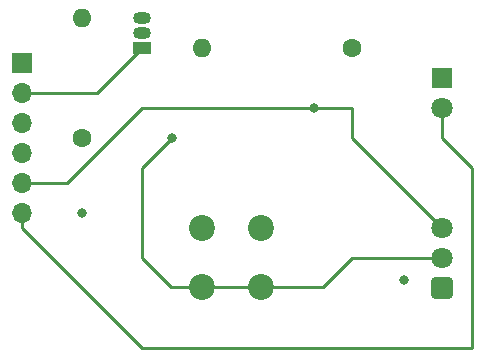
<source format=gbl>
G04 #@! TF.GenerationSoftware,KiCad,Pcbnew,(6.0.1)*
G04 #@! TF.CreationDate,2022-03-21T22:02:58-04:00*
G04 #@! TF.ProjectId,irled,69726c65-642e-46b6-9963-61645f706362,rev?*
G04 #@! TF.SameCoordinates,Original*
G04 #@! TF.FileFunction,Copper,L2,Bot*
G04 #@! TF.FilePolarity,Positive*
%FSLAX46Y46*%
G04 Gerber Fmt 4.6, Leading zero omitted, Abs format (unit mm)*
G04 Created by KiCad (PCBNEW (6.0.1)) date 2022-03-21 22:02:58*
%MOMM*%
%LPD*%
G01*
G04 APERTURE LIST*
G04 Aperture macros list*
%AMRoundRect*
0 Rectangle with rounded corners*
0 $1 Rounding radius*
0 $2 $3 $4 $5 $6 $7 $8 $9 X,Y pos of 4 corners*
0 Add a 4 corners polygon primitive as box body*
4,1,4,$2,$3,$4,$5,$6,$7,$8,$9,$2,$3,0*
0 Add four circle primitives for the rounded corners*
1,1,$1+$1,$2,$3*
1,1,$1+$1,$4,$5*
1,1,$1+$1,$6,$7*
1,1,$1+$1,$8,$9*
0 Add four rect primitives between the rounded corners*
20,1,$1+$1,$2,$3,$4,$5,0*
20,1,$1+$1,$4,$5,$6,$7,0*
20,1,$1+$1,$6,$7,$8,$9,0*
20,1,$1+$1,$8,$9,$2,$3,0*%
G04 Aperture macros list end*
G04 #@! TA.AperFunction,ComponentPad*
%ADD10C,2.200000*%
G04 #@! TD*
G04 #@! TA.AperFunction,ComponentPad*
%ADD11RoundRect,0.250200X0.649800X-0.649800X0.649800X0.649800X-0.649800X0.649800X-0.649800X-0.649800X0*%
G04 #@! TD*
G04 #@! TA.AperFunction,ComponentPad*
%ADD12C,1.800000*%
G04 #@! TD*
G04 #@! TA.AperFunction,ComponentPad*
%ADD13C,1.600000*%
G04 #@! TD*
G04 #@! TA.AperFunction,ComponentPad*
%ADD14O,1.600000X1.600000*%
G04 #@! TD*
G04 #@! TA.AperFunction,ComponentPad*
%ADD15R,1.500000X1.050000*%
G04 #@! TD*
G04 #@! TA.AperFunction,ComponentPad*
%ADD16O,1.500000X1.050000*%
G04 #@! TD*
G04 #@! TA.AperFunction,ComponentPad*
%ADD17R,1.700000X1.700000*%
G04 #@! TD*
G04 #@! TA.AperFunction,ComponentPad*
%ADD18O,1.700000X1.700000*%
G04 #@! TD*
G04 #@! TA.AperFunction,ComponentPad*
%ADD19R,1.800000X1.800000*%
G04 #@! TD*
G04 #@! TA.AperFunction,ViaPad*
%ADD20C,0.800000*%
G04 #@! TD*
G04 #@! TA.AperFunction,Conductor*
%ADD21C,0.250000*%
G04 #@! TD*
G04 APERTURE END LIST*
D10*
X152400000Y-96520000D03*
X157400000Y-96520000D03*
X152400000Y-101520000D03*
X157400000Y-101520000D03*
D11*
X172720000Y-101600000D03*
D12*
X172720000Y-99060000D03*
X172720000Y-96520000D03*
D13*
X165100000Y-81280000D03*
D14*
X152400000Y-81280000D03*
D13*
X142240000Y-88900000D03*
D14*
X142240000Y-78740000D03*
D15*
X147320000Y-81280000D03*
D16*
X147320000Y-80010000D03*
X147320000Y-78740000D03*
D17*
X137160000Y-82550000D03*
D18*
X137160000Y-85090000D03*
X137160000Y-87630000D03*
X137160000Y-90170000D03*
X137160000Y-92710000D03*
X137160000Y-95250000D03*
D19*
X172720000Y-83820000D03*
D12*
X172720000Y-86360000D03*
D20*
X161925000Y-86360000D03*
X169545000Y-100965000D03*
X142240000Y-95250000D03*
X149860000Y-88900000D03*
X149860000Y-88900000D03*
D21*
X161925000Y-86360000D02*
X165100000Y-86360000D01*
X147320000Y-91440000D02*
X149860000Y-88900000D01*
X147320000Y-99060000D02*
X147320000Y-91440000D01*
X149780000Y-101520000D02*
X147320000Y-99060000D01*
X152400000Y-101520000D02*
X149780000Y-101520000D01*
X149860000Y-86360000D02*
X161925000Y-86360000D01*
X165100000Y-86360000D02*
X165100000Y-88900000D01*
X147320000Y-86360000D02*
X149860000Y-86360000D01*
X144780000Y-88900000D02*
X147320000Y-86360000D01*
X165100000Y-99060000D02*
X172720000Y-99060000D01*
X162640000Y-101520000D02*
X165100000Y-99060000D01*
X157400000Y-101520000D02*
X162640000Y-101520000D01*
X152400000Y-101520000D02*
X157400000Y-101520000D01*
X143510000Y-85090000D02*
X147320000Y-81280000D01*
X137160000Y-85090000D02*
X143510000Y-85090000D01*
X140970000Y-92710000D02*
X137160000Y-92710000D01*
X144780000Y-88900000D02*
X140970000Y-92710000D01*
X172720000Y-96520000D02*
X165100000Y-88900000D01*
X175260000Y-106680000D02*
X147320000Y-106680000D01*
X175260000Y-91440000D02*
X175260000Y-106680000D01*
X172720000Y-88900000D02*
X175260000Y-91440000D01*
X137160000Y-96520000D02*
X137160000Y-95250000D01*
X172720000Y-86360000D02*
X172720000Y-88900000D01*
X147320000Y-106680000D02*
X137160000Y-96520000D01*
M02*

</source>
